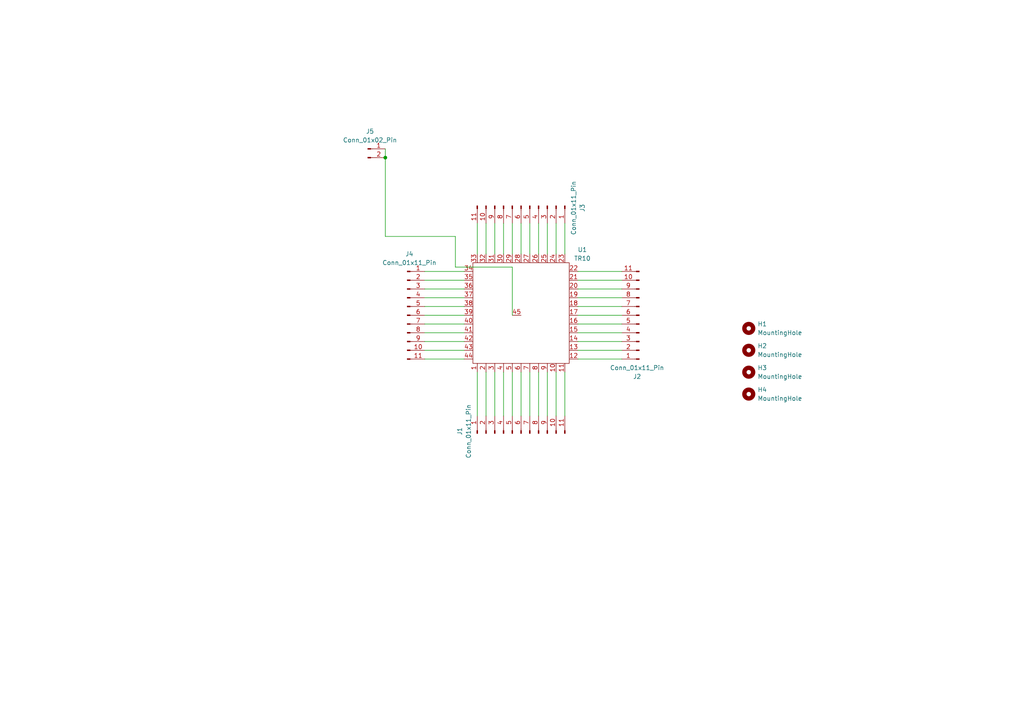
<source format=kicad_sch>
(kicad_sch (version 20231120) (generator "eeschema") (generator_version "8.0")
  (paper "A4")
  (lib_symbols
    (symbol "Connector:Conn_01x02_Pin" (pin_names (offset 1.016) hide)
      (property "Reference" "J" (at 0 2.54 0))
      (property "Value" "Conn_01x02_Pin" (at 0 -5.08 0))
      (symbol "Conn_01x02_Pin_1_1"
        (polyline (pts (xy 1.27 -2.54) (xy 0.8636 -2.54)) (stroke (width 0.1524)))
        (polyline (pts (xy 1.27 0) (xy 0.8636 0)) (stroke (width 0.1524)))
        (rectangle (start 0.8636 -2.413) (end 0 -2.667) (stroke (width 0.1524)) (fill (type outline)))
        (rectangle (start 0.8636 0.127) (end 0 -0.127) (stroke (width 0.1524)) (fill (type outline)))
        (pin passive line (at 5.08 0 180) (length 3.81) (name "Pin_1") (number "1"))
        (pin passive line (at 5.08 -2.54 180) (length 3.81) (name "Pin_2") (number "2"))
      )
    )
    (symbol "Connector:Conn_01x11_Pin" (pin_names (offset 1.016) hide)
      (property "Reference" "J" (at 0 15.24 0))
      (property "Value" "Conn_01x11_Pin" (at 0 -15.24 0))
      (symbol "Conn_01x11_Pin_1_1"
        (polyline (pts (xy 1.27 -12.7) (xy 0.8636 -12.7)) (stroke (width 0.1524)))
        (polyline (pts (xy 1.27 -10.16) (xy 0.8636 -10.16)) (stroke (width 0.1524)))
        (polyline (pts (xy 1.27 -7.62) (xy 0.8636 -7.62)) (stroke (width 0.1524)))
        (polyline (pts (xy 1.27 -5.08) (xy 0.8636 -5.08)) (stroke (width 0.1524)))
        (polyline (pts (xy 1.27 -2.54) (xy 0.8636 -2.54)) (stroke (width 0.1524)))
        (polyline (pts (xy 1.27 0) (xy 0.8636 0)) (stroke (width 0.1524)))
        (polyline (pts (xy 1.27 2.54) (xy 0.8636 2.54)) (stroke (width 0.1524)))
        (polyline (pts (xy 1.27 5.08) (xy 0.8636 5.08)) (stroke (width 0.1524)))
        (polyline (pts (xy 1.27 7.62) (xy 0.8636 7.62)) (stroke (width 0.1524)))
        (polyline (pts (xy 1.27 10.16) (xy 0.8636 10.16)) (stroke (width 0.1524)))
        (polyline (pts (xy 1.27 12.7) (xy 0.8636 12.7)) (stroke (width 0.1524)))
        (rectangle (start 0.8636 -12.573) (end 0 -12.827) (stroke (width 0.1524)) (fill (type outline)))
        (rectangle (start 0.8636 -10.033) (end 0 -10.287) (stroke (width 0.1524)) (fill (type outline)))
        (rectangle (start 0.8636 -7.493) (end 0 -7.747) (stroke (width 0.1524)) (fill (type outline)))
        (rectangle (start 0.8636 -4.953) (end 0 -5.207) (stroke (width 0.1524)) (fill (type outline)))
        (rectangle (start 0.8636 -2.413) (end 0 -2.667) (stroke (width 0.1524)) (fill (type outline)))
        (rectangle (start 0.8636 0.127) (end 0 -0.127) (stroke (width 0.1524)) (fill (type outline)))
        (rectangle (start 0.8636 2.667) (end 0 2.413) (stroke (width 0.1524)) (fill (type outline)))
        (rectangle (start 0.8636 5.207) (end 0 4.953) (stroke (width 0.1524)) (fill (type outline)))
        (rectangle (start 0.8636 7.747) (end 0 7.493) (stroke (width 0.1524)) (fill (type outline)))
        (rectangle (start 0.8636 10.287) (end 0 10.033) (stroke (width 0.1524)) (fill (type outline)))
        (rectangle (start 0.8636 12.827) (end 0 12.573) (stroke (width 0.1524)) (fill (type outline)))
        (pin passive line (at 5.08 12.7 180) (length 3.81) (name "Pin_1") (number "1"))
        (pin passive line (at 5.08 -10.16 180) (length 3.81) (name "Pin_10") (number "10"))
        (pin passive line (at 5.08 -12.7 180) (length 3.81) (name "Pin_11") (number "11"))
        (pin passive line (at 5.08 10.16 180) (length 3.81) (name "Pin_2") (number "2"))
        (pin passive line (at 5.08 7.62 180) (length 3.81) (name "Pin_3") (number "3"))
        (pin passive line (at 5.08 5.08 180) (length 3.81) (name "Pin_4") (number "4"))
        (pin passive line (at 5.08 2.54 180) (length 3.81) (name "Pin_5") (number "5"))
        (pin passive line (at 5.08 0 180) (length 3.81) (name "Pin_6") (number "6"))
        (pin passive line (at 5.08 -2.54 180) (length 3.81) (name "Pin_7") (number "7"))
        (pin passive line (at 5.08 -5.08 180) (length 3.81) (name "Pin_8") (number "8"))
        (pin passive line (at 5.08 -7.62 180) (length 3.81) (name "Pin_9") (number "9"))
      )
    )
    (symbol "Mechanical:MountingHole" (pin_names (offset 1.016)) (exclude_from_sim yes) (in_bom no)
      (property "Reference" "H" (at 0 5.08 0))
      (property "Value" "MountingHole" (at 0 3.175 0))
      (symbol "MountingHole_0_1"
        (circle (center 0 0) (radius 1.27) (stroke (width 1.27)))
      )
    )
    (symbol "OpenMPW-TR10:TR10_base"
      (property "Reference" "U" (at 0 0 0))
      (property "Value" "TR10" (at 3.81 -2.032 0))
      (symbol "TR10_base_0_1"
        (rectangle (start -13.97 15.24) (end 13.97 -13.97))
      )
      (symbol "TR10_base_1_0"
        (pin bidirectional line (at -12.7 -16.51 90) (length 2.54) (name "") (number "1"))
        (pin bidirectional line (at 10.16 -16.51 90) (length 2.54) (name "") (number "10"))
        (pin bidirectional line (at 12.7 -16.51 90) (length 2.54) (name "") (number "11"))
        (pin bidirectional line (at 16.51 -12.7 180) (length 2.54) (name "") (number "12"))
        (pin bidirectional line (at 16.51 -10.16 180) (length 2.54) (name "") (number "13"))
        (pin bidirectional line (at 16.51 -7.62 180) (length 2.54) (name "") (number "14"))
        (pin bidirectional line (at 16.51 -5.08 180) (length 2.54) (name "") (number "15"))
        (pin bidirectional line (at 16.51 -2.54 180) (length 2.54) (name "") (number "16"))
        (pin bidirectional line (at 16.51 0 180) (length 2.54) (name "") (number "17"))
        (pin bidirectional line (at 16.51 2.54 180) (length 2.54) (name "") (number "18"))
        (pin bidirectional line (at 16.51 5.08 180) (length 2.54) (name "") (number "19"))
        (pin bidirectional line (at -10.16 -16.51 90) (length 2.54) (name "") (number "2"))
        (pin bidirectional line (at 16.51 7.62 180) (length 2.54) (name "") (number "20"))
        (pin bidirectional line (at 16.51 10.16 180) (length 2.54) (name "") (number "21"))
        (pin bidirectional line (at 16.51 12.7 180) (length 2.54) (name "") (number "22"))
        (pin bidirectional line (at 12.7 17.78 270) (length 2.54) (name "") (number "23"))
        (pin bidirectional line (at 10.16 17.78 270) (length 2.54) (name "") (number "24"))
        (pin bidirectional line (at 7.62 17.78 270) (length 2.54) (name "") (number "25"))
        (pin bidirectional line (at 5.08 17.78 270) (length 2.54) (name "") (number "26"))
        (pin bidirectional line (at 2.54 17.78 270) (length 2.54) (name "") (number "27"))
        (pin bidirectional line (at 0 17.78 270) (length 2.54) (name "") (number "28"))
        (pin bidirectional line (at -2.54 17.78 270) (length 2.54) (name "") (number "29"))
        (pin bidirectional line (at -7.62 -16.51 90) (length 2.54) (name "") (number "3"))
        (pin bidirectional line (at -5.08 17.78 270) (length 2.54) (name "") (number "30"))
        (pin bidirectional line (at -7.62 17.78 270) (length 2.54) (name "") (number "31"))
        (pin bidirectional line (at -10.16 17.78 270) (length 2.54) (name "") (number "32"))
        (pin bidirectional line (at -12.7 17.78 270) (length 2.54) (name "") (number "33"))
        (pin bidirectional line (at -16.51 12.7 0) (length 2.54) (name "") (number "34"))
        (pin bidirectional line (at -16.51 10.16 0) (length 2.54) (name "") (number "35"))
        (pin bidirectional line (at -16.51 7.62 0) (length 2.54) (name "") (number "36"))
        (pin bidirectional line (at -16.51 5.08 0) (length 2.54) (name "") (number "37"))
        (pin bidirectional line (at -16.51 2.54 0) (length 2.54) (name "") (number "38"))
        (pin bidirectional line (at -16.51 0 0) (length 2.54) (name "") (number "39"))
        (pin bidirectional line (at -5.08 -16.51 90) (length 2.54) (name "") (number "4"))
        (pin bidirectional line (at -16.51 -2.54 0) (length 2.54) (name "") (number "40"))
        (pin bidirectional line (at -16.51 -5.08 0) (length 2.54) (name "") (number "41"))
        (pin bidirectional line (at -16.51 -7.62 0) (length 2.54) (name "") (number "42"))
        (pin bidirectional line (at -16.51 -10.16 0) (length 2.54) (name "") (number "43"))
        (pin bidirectional line (at -16.51 -12.7 0) (length 2.54) (name "") (number "44"))
        (pin bidirectional line (at -2.54 0 0) (length 2.54) (name "") (number "45"))
        (pin bidirectional line (at -2.54 -16.51 90) (length 2.54) (name "") (number "5"))
        (pin bidirectional line (at 0 -16.51 90) (length 2.54) (name "") (number "6"))
        (pin bidirectional line (at 2.54 -16.51 90) (length 2.54) (name "") (number "7"))
        (pin bidirectional line (at 5.08 -16.51 90) (length 2.54) (name "") (number "8"))
        (pin bidirectional line (at 7.62 -16.51 90) (length 2.54) (name "") (number "9"))
      )
    )
  )
  (junction (at 111.76 45.72))
  (wire (pts (xy 143.51 107.95) (xy 143.51 120.65)))
  (wire (pts (xy 167.64 96.52) (xy 180.34 96.52)))
  (wire (pts (xy 167.64 99.06) (xy 180.34 99.06)))
  (wire (pts (xy 123.19 91.44) (xy 134.62 91.44)))
  (wire (pts (xy 148.59 64.77) (xy 148.59 73.66)))
  (wire (pts (xy 138.43 64.77) (xy 138.43 73.66)))
  (wire (pts (xy 138.43 107.95) (xy 138.43 120.65)))
  (wire (pts (xy 123.19 88.9) (xy 134.62 88.9)))
  (wire (pts (xy 163.83 64.77) (xy 163.83 73.66)))
  (wire (pts (xy 123.19 86.36) (xy 134.62 86.36)))
  (wire (pts (xy 123.19 104.14) (xy 134.62 104.14)))
  (wire (pts (xy 111.76 45.72) (xy 111.76 68.58)))
  (wire (pts (xy 158.75 107.95) (xy 158.75 120.65)))
  (wire (pts (xy 167.64 104.14) (xy 180.34 104.14)))
  (wire (pts (xy 123.19 83.82) (xy 134.62 83.82)))
  (wire (pts (xy 123.19 93.98) (xy 134.62 93.98)))
  (wire (pts (xy 143.51 64.77) (xy 143.51 73.66)))
  (wire (pts (xy 148.59 91.44) (xy 148.59 77.47)))
  (wire (pts (xy 153.67 107.95) (xy 153.67 120.65)))
  (wire (pts (xy 167.64 91.44) (xy 180.34 91.44)))
  (wire (pts (xy 148.59 77.47) (xy 132.08 77.47)))
  (wire (pts (xy 123.19 96.52) (xy 134.62 96.52)))
  (wire (pts (xy 140.97 64.77) (xy 140.97 73.66)))
  (wire (pts (xy 153.67 64.77) (xy 153.67 73.66)))
  (wire (pts (xy 156.21 107.95) (xy 156.21 120.65)))
  (wire (pts (xy 148.59 107.95) (xy 148.59 120.65)))
  (wire (pts (xy 167.64 101.6) (xy 180.34 101.6)))
  (wire (pts (xy 111.76 68.58) (xy 132.08 68.58)))
  (wire (pts (xy 163.83 107.95) (xy 163.83 120.65)))
  (wire (pts (xy 132.08 77.47) (xy 132.08 68.58)))
  (wire (pts (xy 156.21 64.77) (xy 156.21 73.66)))
  (wire (pts (xy 111.76 43.18) (xy 111.76 45.72)))
  (wire (pts (xy 123.19 101.6) (xy 134.62 101.6)))
  (wire (pts (xy 161.29 64.77) (xy 161.29 73.66)))
  (wire (pts (xy 123.19 99.06) (xy 134.62 99.06)))
  (wire (pts (xy 161.29 107.95) (xy 161.29 120.65)))
  (wire (pts (xy 167.64 88.9) (xy 180.34 88.9)))
  (wire (pts (xy 167.64 78.74) (xy 180.34 78.74)))
  (wire (pts (xy 151.13 64.77) (xy 151.13 73.66)))
  (wire (pts (xy 158.75 64.77) (xy 158.75 73.66)))
  (wire (pts (xy 140.97 107.95) (xy 140.97 120.65)))
  (wire (pts (xy 123.19 78.74) (xy 134.62 78.74)))
  (wire (pts (xy 151.13 107.95) (xy 151.13 120.65)))
  (wire (pts (xy 146.05 64.77) (xy 146.05 73.66)))
  (wire (pts (xy 123.19 81.28) (xy 134.62 81.28)))
  (wire (pts (xy 167.64 93.98) (xy 180.34 93.98)))
  (wire (pts (xy 167.64 81.28) (xy 180.34 81.28)))
  (wire (pts (xy 167.64 83.82) (xy 180.34 83.82)))
  (wire (pts (xy 146.05 107.95) (xy 146.05 120.65)))
  (wire (pts (xy 167.64 86.36) (xy 180.34 86.36)))
  (symbol (lib_id "Mechanical:MountingHole") (at 217.17 95.25 0) (unit 1) (exclude_from_sim yes) (in_bom no)
    (property "Reference" "H1" (at 219.71 93.9799 0) (effects (justify left)))
    (property "Value" "MountingHole" (at 219.71 96.5199 0) (effects (justify left)))
    (property "Footprint" "MountingHole:MountingHole_3.2mm_M3" (effects (hide yes)))
    (property "Description" "Mounting Hole without connection" (effects (hide yes)))
  )
  (symbol (lib_id "Connector:Conn_01x11_Pin") (at 151.13 59.69 270) (unit 1)
    (property "Reference" "J3" (at 168.91 60.325 0))
    (property "Value" "Conn_01x11_Pin" (at 166.37 60.325 0))
    (property "Footprint" "Connector_PinHeader_2.54mm:PinHeader_1x11_P2.54mm_Vertical" (effects (hide yes)))
    (property "Description" "Generic connector, single row, 01x11, script generated" (effects (hide yes)))
  )
  (symbol (lib_id "Mechanical:MountingHole") (at 217.17 101.6 0) (unit 1) (exclude_from_sim yes) (in_bom no)
    (property "Reference" "H2" (at 219.71 100.3299 0) (effects (justify left)))
    (property "Value" "MountingHole" (at 219.71 102.8699 0) (effects (justify left)))
    (property "Footprint" "MountingHole:MountingHole_3.2mm_M3" (effects (hide yes)))
    (property "Description" "Mounting Hole without connection" (effects (hide yes)))
  )
  (symbol (lib_id "Connector:Conn_01x11_Pin") (at 118.11 91.44 0) (unit 1)
    (property "Reference" "J4" (at 118.745 73.66 0))
    (property "Value" "Conn_01x11_Pin" (at 118.745 76.2 0))
    (property "Footprint" "Connector_PinHeader_2.54mm:PinHeader_1x11_P2.54mm_Vertical" (effects (hide yes)))
    (property "Description" "Generic connector, single row, 01x11, script generated" (effects (hide yes)))
  )
  (symbol (lib_id "Connector:Conn_01x02_Pin") (at 106.68 43.18 0) (unit 1)
    (property "Reference" "J5" (at 107.315 38.1 0))
    (property "Value" "Conn_01x02_Pin" (at 107.315 40.64 0))
    (property "Footprint" "Connector_PinHeader_2.54mm:PinHeader_1x02_P2.54mm_Vertical" (effects (hide yes)))
    (property "Description" "Generic connector, single row, 01x02, script generated" (effects (hide yes)))
  )
  (symbol (lib_id "Connector:Conn_01x11_Pin") (at 151.13 125.73 90) (unit 1)
    (property "Reference" "J1" (at 133.35 125.095 0))
    (property "Value" "Conn_01x11_Pin" (at 135.89 125.095 0))
    (property "Footprint" "Connector_PinHeader_2.54mm:PinHeader_1x11_P2.54mm_Vertical" (effects (hide yes)))
    (property "Description" "Generic connector, single row, 01x11, script generated" (effects (hide yes)))
  )
  (symbol (lib_id "OpenMPW-TR10:TR10_base") (at 151.13 91.44 0) (unit 1)
    (property "Reference" "U1" (at 168.91 72.4214 0))
    (property "Value" "TR10" (at 168.91 74.9614 0))
    (property "Footprint" "OpenMPW-TR10:PAD-44_EP_5x5_Pitch0.2mm" (effects (hide yes)))
    (property "Description" "ISHI-Kai OpenMPW-TR10 Chip" (effects (hide yes)))
  )
  (symbol (lib_id "Mechanical:MountingHole") (at 217.17 107.95 0) (unit 1) (exclude_from_sim yes) (in_bom no)
    (property "Reference" "H3" (at 219.71 106.6799 0) (effects (justify left)))
    (property "Value" "MountingHole" (at 219.71 109.2199 0) (effects (justify left)))
    (property "Footprint" "MountingHole:MountingHole_3.2mm_M3" (effects (hide yes)))
    (property "Description" "Mounting Hole without connection" (effects (hide yes)))
  )
  (symbol (lib_id "Connector:Conn_01x11_Pin") (at 185.42 91.44 180) (unit 1)
    (property "Reference" "J2" (at 184.785 109.22 0))
    (property "Value" "Conn_01x11_Pin" (at 184.785 106.68 0))
    (property "Footprint" "Connector_PinHeader_2.54mm:PinHeader_1x11_P2.54mm_Vertical" (effects (hide yes)))
    (property "Description" "Generic connector, single row, 01x11, script generated" (effects (hide yes)))
  )
  (symbol (lib_id "Mechanical:MountingHole") (at 217.17 114.3 0) (unit 1) (exclude_from_sim yes) (in_bom no)
    (property "Reference" "H4" (at 219.71 113.0299 0) (effects (justify left)))
    (property "Value" "MountingHole" (at 219.71 115.5699 0) (effects (justify left)))
    (property "Footprint" "MountingHole:MountingHole_3.2mm_M3" (effects (hide yes)))
    (property "Description" "Mounting Hole without connection" (effects (hide yes)))
  )
)
</source>
